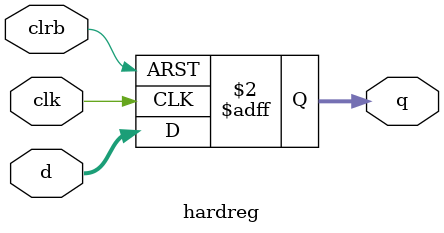
<source format=v>
module hardreg (clk, clrb, d, q);

    input           clk, clrb;
    input[3:0]      d;
    output[3:0]     q;
    reg[3:0]        q;

    always @(posedge clk or posedge clrb) begin
        if(clrb)
            q <= 0;
        else
            q <= d;
    end

endmodule //hardreg
</source>
